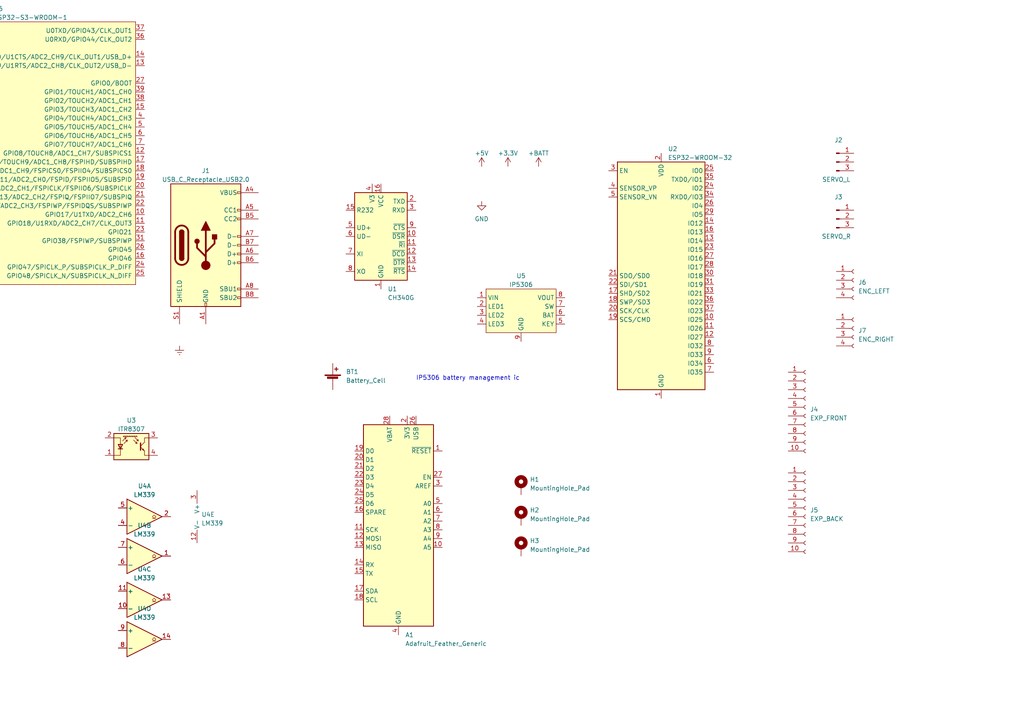
<source format=kicad_sch>
(kicad_sch (version 20230121) (generator eeschema)
  (paper "A4")
  (lib_symbols
    (symbol "Comparator:LM339" (pin_names (offset 0.127))
      (property "Reference" "U" (at 0 5.08 0))
      (property "Value" "LM339" (at 0 -5.08 0))
      (symbol "LM339_1_1"
        (polyline (pts (xy -5.08 5.08) (xy 5.08 0) (xy -5.08 -5.08) (xy -5.08 5.08)) (stroke (width 0.254)) (fill (type background)))
        (polyline (pts (xy 3.302 -0.508) (xy 2.794 -0.508) (xy 3.302 0) (xy 2.794 0.508) (xy 2.286 0) (xy 2.794 -0.508) (xy 2.286 -0.508)) (stroke (width 0.127)))
        (pin open_collector line (at 7.62 0 180) (length 2.54) (name "~") (number "2"))
        (pin input line (at -7.62 -2.54 0) (length 2.54) (name "-") (number "4"))
        (pin input line (at -7.62 2.54 0) (length 2.54) (name "+") (number "5"))
      )
      (symbol "LM339_2_1"
        (polyline (pts (xy -5.08 5.08) (xy 5.08 0) (xy -5.08 -5.08) (xy -5.08 5.08)) (stroke (width 0.254)) (fill (type background)))
        (polyline (pts (xy 3.302 -0.508) (xy 2.794 -0.508) (xy 3.302 0) (xy 2.794 0.508) (xy 2.286 0) (xy 2.794 -0.508) (xy 2.286 -0.508)) (stroke (width 0.127)))
        (pin open_collector line (at 7.62 0 180) (length 2.54) (name "~") (number "1"))
        (pin input line (at -7.62 -2.54 0) (length 2.54) (name "-") (number "6"))
        (pin input line (at -7.62 2.54 0) (length 2.54) (name "+") (number "7"))
      )
      (symbol "LM339_3_1"
        (polyline (pts (xy -5.08 5.08) (xy 5.08 0) (xy -5.08 -5.08) (xy -5.08 5.08)) (stroke (width 0.254)) (fill (type background)))
        (polyline (pts (xy 3.302 -0.508) (xy 2.794 -0.508) (xy 3.302 0) (xy 2.794 0.508) (xy 2.286 0) (xy 2.794 -0.508) (xy 2.286 -0.508)) (stroke (width 0.127)))
        (pin input line (at -7.62 -2.54 0) (length 2.54) (name "-") (number "10"))
        (pin input line (at -7.62 2.54 0) (length 2.54) (name "+") (number "11"))
        (pin open_collector line (at 7.62 0 180) (length 2.54) (name "~") (number "13"))
      )
      (symbol "LM339_4_1"
        (polyline (pts (xy -5.08 5.08) (xy 5.08 0) (xy -5.08 -5.08) (xy -5.08 5.08)) (stroke (width 0.254)) (fill (type background)))
        (polyline (pts (xy 3.302 -0.508) (xy 2.794 -0.508) (xy 3.302 0) (xy 2.794 0.508) (xy 2.286 0) (xy 2.794 -0.508) (xy 2.286 -0.508)) (stroke (width 0.127)))
        (pin open_collector line (at 7.62 0 180) (length 2.54) (name "~") (number "14"))
        (pin input line (at -7.62 -2.54 0) (length 2.54) (name "-") (number "8"))
        (pin input line (at -7.62 2.54 0) (length 2.54) (name "+") (number "9"))
      )
      (symbol "LM339_5_1"
        (pin power_in line (at -2.54 -7.62 90) (length 3.81) (name "V-") (number "12"))
        (pin power_in line (at -2.54 7.62 270) (length 3.81) (name "V+") (number "3"))
      )
    )
    (symbol "Connector:Conn_01x03_Pin" (pin_names (offset 1.016) hide)
      (property "Reference" "J" (at 0 5.08 0))
      (property "Value" "Conn_01x03_Pin" (at 0 -5.08 0))
      (symbol "Conn_01x03_Pin_1_1"
        (polyline (pts (xy 1.27 -2.54) (xy 0.8636 -2.54)) (stroke (width 0.1524)))
        (polyline (pts (xy 1.27 0) (xy 0.8636 0)) (stroke (width 0.1524)))
        (polyline (pts (xy 1.27 2.54) (xy 0.8636 2.54)) (stroke (width 0.1524)))
        (rectangle (start 0.8636 -2.413) (end 0 -2.667) (stroke (width 0.1524)) (fill (type outline)))
        (rectangle (start 0.8636 0.127) (end 0 -0.127) (stroke (width 0.1524)) (fill (type outline)))
        (rectangle (start 0.8636 2.667) (end 0 2.413) (stroke (width 0.1524)) (fill (type outline)))
        (pin passive line (at 5.08 2.54 180) (length 3.81) (name "Pin_1") (number "1"))
        (pin passive line (at 5.08 0 180) (length 3.81) (name "Pin_2") (number "2"))
        (pin passive line (at 5.08 -2.54 180) (length 3.81) (name "Pin_3") (number "3"))
      )
    )
    (symbol "Connector:Conn_01x04_Socket" (pin_names (offset 1.016) hide)
      (property "Reference" "J" (at 0 5.08 0))
      (property "Value" "Conn_01x04_Socket" (at 0 -7.62 0))
      (symbol "Conn_01x04_Socket_1_1"
        (arc (start 0 -4.572) (mid -0.5058 -5.08) (end 0 -5.588) (stroke (width 0.1524)))
        (arc (start 0 -2.032) (mid -0.5058 -2.54) (end 0 -3.048) (stroke (width 0.1524)))
        (polyline (pts (xy -1.27 -5.08) (xy -0.508 -5.08)) (stroke (width 0.1524)))
        (polyline (pts (xy -1.27 -2.54) (xy -0.508 -2.54)) (stroke (width 0.1524)))
        (polyline (pts (xy -1.27 0) (xy -0.508 0)) (stroke (width 0.1524)))
        (polyline (pts (xy -1.27 2.54) (xy -0.508 2.54)) (stroke (width 0.1524)))
        (arc (start 0 0.508) (mid -0.5058 0) (end 0 -0.508) (stroke (width 0.1524)))
        (arc (start 0 3.048) (mid -0.5058 2.54) (end 0 2.032) (stroke (width 0.1524)))
        (pin passive line (at -5.08 2.54 0) (length 3.81) (name "Pin_1") (number "1"))
        (pin passive line (at -5.08 0 0) (length 3.81) (name "Pin_2") (number "2"))
        (pin passive line (at -5.08 -2.54 0) (length 3.81) (name "Pin_3") (number "3"))
        (pin passive line (at -5.08 -5.08 0) (length 3.81) (name "Pin_4") (number "4"))
      )
    )
    (symbol "Connector:Conn_01x10_Socket" (pin_names (offset 1.016) hide)
      (property "Reference" "J" (at 0 12.7 0))
      (property "Value" "Conn_01x10_Socket" (at 0 -15.24 0))
      (symbol "Conn_01x10_Socket_1_1"
        (arc (start 0 -12.192) (mid -0.5058 -12.7) (end 0 -13.208) (stroke (width 0.1524)))
        (arc (start 0 -9.652) (mid -0.5058 -10.16) (end 0 -10.668) (stroke (width 0.1524)))
        (arc (start 0 -7.112) (mid -0.5058 -7.62) (end 0 -8.128) (stroke (width 0.1524)))
        (arc (start 0 -4.572) (mid -0.5058 -5.08) (end 0 -5.588) (stroke (width 0.1524)))
        (arc (start 0 -2.032) (mid -0.5058 -2.54) (end 0 -3.048) (stroke (width 0.1524)))
        (polyline (pts (xy -1.27 -12.7) (xy -0.508 -12.7)) (stroke (width 0.1524)))
        (polyline (pts (xy -1.27 -10.16) (xy -0.508 -10.16)) (stroke (width 0.1524)))
        (polyline (pts (xy -1.27 -7.62) (xy -0.508 -7.62)) (stroke (width 0.1524)))
        (polyline (pts (xy -1.27 -5.08) (xy -0.508 -5.08)) (stroke (width 0.1524)))
        (polyline (pts (xy -1.27 -2.54) (xy -0.508 -2.54)) (stroke (width 0.1524)))
        (polyline (pts (xy -1.27 0) (xy -0.508 0)) (stroke (width 0.1524)))
        (polyline (pts (xy -1.27 2.54) (xy -0.508 2.54)) (stroke (width 0.1524)))
        (polyline (pts (xy -1.27 5.08) (xy -0.508 5.08)) (stroke (width 0.1524)))
        (polyline (pts (xy -1.27 7.62) (xy -0.508 7.62)) (stroke (width 0.1524)))
        (polyline (pts (xy -1.27 10.16) (xy -0.508 10.16)) (stroke (width 0.1524)))
        (arc (start 0 0.508) (mid -0.5058 0) (end 0 -0.508) (stroke (width 0.1524)))
        (arc (start 0 3.048) (mid -0.5058 2.54) (end 0 2.032) (stroke (width 0.1524)))
        (arc (start 0 5.588) (mid -0.5058 5.08) (end 0 4.572) (stroke (width 0.1524)))
        (arc (start 0 8.128) (mid -0.5058 7.62) (end 0 7.112) (stroke (width 0.1524)))
        (arc (start 0 10.668) (mid -0.5058 10.16) (end 0 9.652) (stroke (width 0.1524)))
        (pin passive line (at -5.08 10.16 0) (length 3.81) (name "Pin_1") (number "1"))
        (pin passive line (at -5.08 -12.7 0) (length 3.81) (name "Pin_10") (number "10"))
        (pin passive line (at -5.08 7.62 0) (length 3.81) (name "Pin_2") (number "2"))
        (pin passive line (at -5.08 5.08 0) (length 3.81) (name "Pin_3") (number "3"))
        (pin passive line (at -5.08 2.54 0) (length 3.81) (name "Pin_4") (number "4"))
        (pin passive line (at -5.08 0 0) (length 3.81) (name "Pin_5") (number "5"))
        (pin passive line (at -5.08 -2.54 0) (length 3.81) (name "Pin_6") (number "6"))
        (pin passive line (at -5.08 -5.08 0) (length 3.81) (name "Pin_7") (number "7"))
        (pin passive line (at -5.08 -7.62 0) (length 3.81) (name "Pin_8") (number "8"))
        (pin passive line (at -5.08 -10.16 0) (length 3.81) (name "Pin_9") (number "9"))
      )
    )
    (symbol "Connector:USB_C_Receptacle_USB2.0" (pin_names (offset 1.016))
      (property "Reference" "J" (at -10.16 19.05 0))
      (property "Value" "USB_C_Receptacle_USB2.0" (at 19.05 19.05 0))
      (symbol "USB_C_Receptacle_USB2.0_0_0"
        (rectangle (start -0.254 -17.78) (end 0.254 -16.764))
        (rectangle (start 10.16 -14.986) (end 9.144 -15.494))
        (rectangle (start 10.16 -12.446) (end 9.144 -12.954))
        (rectangle (start 10.16 -4.826) (end 9.144 -5.334))
        (rectangle (start 10.16 -2.286) (end 9.144 -2.794))
        (rectangle (start 10.16 0.254) (end 9.144 -0.254))
        (rectangle (start 10.16 2.794) (end 9.144 2.286))
        (rectangle (start 10.16 7.874) (end 9.144 7.366))
        (rectangle (start 10.16 10.414) (end 9.144 9.906))
        (rectangle (start 10.16 15.494) (end 9.144 14.986))
      )
      (symbol "USB_C_Receptacle_USB2.0_0_1"
        (rectangle (start -10.16 17.78) (end 10.16 -17.78) (stroke (width 0.254)) (fill (type background)))
        (arc (start -8.89 -3.81) (mid -6.985 -5.7067) (end -5.08 -3.81) (stroke (width 0.508)))
        (arc (start -7.62 -3.81) (mid -6.985 -4.4423) (end -6.35 -3.81) (stroke (width 0.254)))
        (arc (start -7.62 -3.81) (mid -6.985 -4.4423) (end -6.35 -3.81) (stroke (width 0.254)) (fill (type outline)))
        (rectangle (start -7.62 -3.81) (end -6.35 3.81) (stroke (width 0.254)) (fill (type outline)))
        (arc (start -6.35 3.81) (mid -6.985 4.4423) (end -7.62 3.81) (stroke (width 0.254)))
        (arc (start -6.35 3.81) (mid -6.985 4.4423) (end -7.62 3.81) (stroke (width 0.254)) (fill (type outline)))
        (arc (start -5.08 3.81) (mid -6.985 5.7067) (end -8.89 3.81) (stroke (width 0.508)))
        (circle (center -2.54 1.143) (radius 0.635) (stroke (width 0.254)) (fill (type outline)))
        (circle (center 0 -5.842) (radius 1.27) (fill (type outline)))
        (polyline (pts (xy -8.89 -3.81) (xy -8.89 3.81)) (stroke (width 0.508)))
        (polyline (pts (xy -5.08 3.81) (xy -5.08 -3.81)) (stroke (width 0.508)))
        (polyline (pts (xy 0 -5.842) (xy 0 4.318)) (stroke (width 0.508)))
        (polyline (pts (xy 0 -3.302) (xy -2.54 -0.762) (xy -2.54 0.508)) (stroke (width 0.508)))
        (polyline (pts (xy 0 -2.032) (xy 2.54 0.508) (xy 2.54 1.778)) (stroke (width 0.508)))
        (polyline (pts (xy -1.27 4.318) (xy 0 6.858) (xy 1.27 4.318) (xy -1.27 4.318)) (stroke (width 0.254)) (fill (type outline)))
        (rectangle (start 1.905 1.778) (end 3.175 3.048) (stroke (width 0.254)) (fill (type outline)))
      )
      (symbol "USB_C_Receptacle_USB2.0_1_1"
        (pin passive line (at 0 -22.86 90) (length 5.08) (name "GND") (number "A1"))
        (pin passive line (at 0 -22.86 90) (length 5.08) hide (name "GND") (number "A12"))
        (pin passive line (at 15.24 15.24 180) (length 5.08) (name "VBUS") (number "A4"))
        (pin bidirectional line (at 15.24 10.16 180) (length 5.08) (name "CC1") (number "A5"))
        (pin bidirectional line (at 15.24 -2.54 180) (length 5.08) (name "D+") (number "A6"))
        (pin bidirectional line (at 15.24 2.54 180) (length 5.08) (name "D-") (number "A7"))
        (pin bidirectional line (at 15.24 -12.7 180) (length 5.08) (name "SBU1") (number "A8"))
        (pin passive line (at 15.24 15.24 180) (length 5.08) hide (name "VBUS") (number "A9"))
        (pin passive line (at 0 -22.86 90) (length 5.08) hide (name "GND") (number "B1"))
        (pin passive line (at 0 -22.86 90) (length 5.08) hide (name "GND") (number "B12"))
        (pin passive line (at 15.24 15.24 180) (length 5.08) hide (name "VBUS") (number "B4"))
        (pin bidirectional line (at 15.24 7.62 180) (length 5.08) (name "CC2") (number "B5"))
        (pin bidirectional line (at 15.24 -5.08 180) (length 5.08) (name "D+") (number "B6"))
        (pin bidirectional line (at 15.24 0 180) (length 5.08) (name "D-") (number "B7"))
        (pin bidirectional line (at 15.24 -15.24 180) (length 5.08) (name "SBU2") (number "B8"))
        (pin passive line (at 15.24 15.24 180) (length 5.08) hide (name "VBUS") (number "B9"))
        (pin passive line (at -7.62 -22.86 90) (length 5.08) (name "SHIELD") (number "S1"))
      )
    )
    (symbol "Device:Battery_Cell" (pin_numbers hide) (pin_names (offset 0) hide)
      (property "Reference" "BT" (at 2.54 2.54 0))
      (property "Value" "Battery_Cell" (at 2.54 0 0))
      (symbol "Battery_Cell_0_1"
        (rectangle (start -2.286 1.778) (end 2.286 1.524) (fill (type outline)))
        (rectangle (start -1.5748 1.1938) (end 1.4732 0.6858) (fill (type outline)))
        (polyline (pts (xy 0 0.762) (xy 0 0)))
        (polyline (pts (xy 0 1.778) (xy 0 2.54)))
        (polyline (pts (xy 0.508 3.429) (xy 1.524 3.429)) (stroke (width 0.254)))
        (polyline (pts (xy 1.016 3.937) (xy 1.016 2.921)) (stroke (width 0.254)))
      )
      (symbol "Battery_Cell_1_1"
        (pin passive line (at 0 5.08 270) (length 2.54) (name "+") (number "1"))
        (pin passive line (at 0 -2.54 90) (length 2.54) (name "-") (number "2"))
      )
    )
    (symbol "Espressif:ESP32-S3-WROOM-1" (pin_names (offset 1.016))
      (property "Reference" "U" (at -43.18 43.18 0))
      (property "Value" "ESP32-S3-WROOM-1" (at -43.18 40.64 0))
      (symbol "ESP32-S3-WROOM-1_0_0"
        (text "ESP32-S3-WROOM-1" (at -20.32 0 0) (effects (font (size 2.54 2.54))))
        (pin power_in line (at 0 -40.64 90) (length 2.54) (name "GND") (number "1"))
        (pin bidirectional line (at 45.72 -17.78 180) (length 2.54) (name "GPIO17/U1TXD/ADC2_CH6") (number "10"))
        (pin bidirectional line (at 45.72 -20.32 180) (length 2.54) (name "GPIO18/U1RXD/ADC2_CH7/CLK_OUT3") (number "11"))
        (pin bidirectional line (at 45.72 0 180) (length 2.54) (name "GPIO8/TOUCH8/ADC1_CH7/SUBSPICS1") (number "12"))
        (pin bidirectional line (at 45.72 25.4 180) (length 2.54) (name "GPIO19/U1RTS/ADC2_CH8/CLK_OUT2/USB_D-") (number "13"))
        (pin bidirectional line (at 45.72 27.94 180) (length 2.54) (name "GPIO20/U1CTS/ADC2_CH9/CLK_OUT1/USB_D+") (number "14"))
        (pin bidirectional line (at 45.72 12.7 180) (length 2.54) (name "GPIO3/TOUCH3/ADC1_CH2") (number "15"))
        (pin bidirectional line (at 45.72 -30.48 180) (length 2.54) (name "GPIO46") (number "16"))
        (pin bidirectional line (at 45.72 -2.54 180) (length 2.54) (name "GPIO9/TOUCH9/ADC1_CH8/FSPIHD/SUBSPIHD") (number "17"))
        (pin bidirectional line (at 45.72 -5.08 180) (length 2.54) (name "GPIO10/TOUCH10/ADC1_CH9/FSPICS0/FSPIIO4/SUBSPICS0") (number "18"))
        (pin bidirectional line (at 45.72 -7.62 180) (length 2.54) (name "GPIO11/TOUCH11/ADC2_CH0/FSPID/FSPIIO5/SUBSPID") (number "19"))
        (pin power_in line (at 0 40.64 270) (length 2.54) (name "3V3") (number "2"))
        (pin bidirectional line (at 45.72 -10.16 180) (length 2.54) (name "GPIO12/TOUCH12/ADC2_CH1/FSPICLK/FSPIIO6/SUBSPICLK") (number "20"))
        (pin bidirectional line (at 45.72 -12.7 180) (length 2.54) (name "GPIO13/TOUCH13/ADC2_CH2/FSPIQ/FSPIIO7/SUBSPIQ") (number "21"))
        (pin bidirectional line (at 45.72 -15.24 180) (length 2.54) (name "GPIO14/TOUCH14/ADC2_CH3/FSPIWP/FSPIDQS/SUBSPIWP") (number "22"))
        (pin bidirectional line (at 45.72 -22.86 180) (length 2.54) (name "GPIO21") (number "23"))
        (pin bidirectional line (at 45.72 -33.02 180) (length 2.54) (name "GPIO47/SPICLK_P/SUBSPICLK_P_DIFF") (number "24"))
        (pin bidirectional line (at 45.72 -35.56 180) (length 2.54) (name "GPIO48/SPICLK_N/SUBSPICLK_N_DIFF") (number "25"))
        (pin bidirectional line (at 45.72 -27.94 180) (length 2.54) (name "GPIO45") (number "26"))
        (pin bidirectional line (at 45.72 20.32 180) (length 2.54) (name "GPIO0/BOOT") (number "27"))
        (pin bidirectional line (at -45.72 -30.48 0) (length 2.54) (name "SPIIO6/GPIO35/FSPID/SUBSPID") (number "28"))
        (pin bidirectional line (at -45.72 -33.02 0) (length 2.54) (name "SPIIO7/GPIO36/FSPICLK/SUBSPICLK") (number "29"))
        (pin input line (at -45.72 35.56 0) (length 2.54) (name "EN") (number "3"))
        (pin bidirectional line (at -45.72 -35.56 0) (length 2.54) (name "SPIDQS/GPIO37/FSPIQ/SUBSPIQ") (number "30"))
        (pin bidirectional line (at 45.72 -25.4 180) (length 2.54) (name "GPIO38/FSPIWP/SUBSPIWP") (number "31"))
        (pin bidirectional line (at -45.72 20.32 0) (length 2.54) (name "MTCK/GPIO39/CLK_OUT3/SUBSPICS1") (number "32"))
        (pin bidirectional line (at -45.72 17.78 0) (length 2.54) (name "MTDO/GPIO40/CLK_OUT2") (number "33"))
        (pin bidirectional line (at -45.72 15.24 0) (length 2.54) (name "MTDI/GPIO41/CLK_OUT1") (number "34"))
        (pin bidirectional line (at -45.72 12.7 0) (length 2.54) (name "MTMS/GPIO42") (number "35"))
        (pin bidirectional line (at 45.72 33.02 180) (length 2.54) (name "U0RXD/GPIO44/CLK_OUT2") (number "36"))
        (pin bidirectional line (at 45.72 35.56 180) (length 2.54) (name "U0TXD/GPIO43/CLK_OUT1") (number "37"))
        (pin bidirectional line (at 45.72 15.24 180) (length 2.54) (name "GPIO2/TOUCH2/ADC1_CH1") (number "38"))
        (pin bidirectional line (at 45.72 17.78 180) (length 2.54) (name "GPIO1/TOUCH1/ADC1_CH0") (number "39"))
        (pin bidirectional line (at 45.72 10.16 180) (length 2.54) (name "GPIO4/TOUCH4/ADC1_CH3") (number "4"))
        (pin passive line (at 0 -40.64 90) (length 2.54) hide (name "GND") (number "40"))
        (pin passive line (at 0 -40.64 90) (length 2.54) hide (name "GND") (number "41"))
        (pin bidirectional line (at 45.72 7.62 180) (length 2.54) (name "GPIO5/TOUCH5/ADC1_CH4") (number "5"))
        (pin bidirectional line (at 45.72 5.08 180) (length 2.54) (name "GPIO6/TOUCH6/ADC1_CH5") (number "6"))
        (pin bidirectional line (at 45.72 2.54 180) (length 2.54) (name "GPIO7/TOUCH7/ADC1_CH6") (number "7"))
        (pin bidirectional line (at -45.72 27.94 0) (length 2.54) (name "GPIO15/U0RTS/ADC2_CH4/XTAL_32K_P") (number "8"))
        (pin bidirectional line (at -45.72 25.4 0) (length 2.54) (name "GPIO16/U0CTS/ADC2_CH5/XTAL_32K_N") (number "9"))
      )
      (symbol "ESP32-S3-WROOM-1_0_1"
        (rectangle (start -43.18 38.1) (end 43.18 -38.1) (fill (type background)))
      )
    )
    (symbol "Interface_USB:CH340G"
      (property "Reference" "U" (at -5.08 13.97 0))
      (property "Value" "CH340G" (at 1.27 13.97 0))
      (symbol "CH340G_0_1"
        (rectangle (start -7.62 12.7) (end 7.62 -12.7) (stroke (width 0.254)) (fill (type background)))
      )
      (symbol "CH340G_1_1"
        (pin power_in line (at 0 -15.24 90) (length 2.54) (name "GND") (number "1"))
        (pin input line (at 10.16 0 180) (length 2.54) (name "~{DSR}") (number "10"))
        (pin input line (at 10.16 -2.54 180) (length 2.54) (name "~{RI}") (number "11"))
        (pin input line (at 10.16 -5.08 180) (length 2.54) (name "~{DCD}") (number "12"))
        (pin output line (at 10.16 -7.62 180) (length 2.54) (name "~{DTR}") (number "13"))
        (pin output line (at 10.16 -10.16 180) (length 2.54) (name "~{RTS}") (number "14"))
        (pin input line (at -10.16 7.62 0) (length 2.54) (name "R232") (number "15"))
        (pin power_in line (at 0 15.24 270) (length 2.54) (name "VCC") (number "16"))
        (pin output line (at 10.16 10.16 180) (length 2.54) (name "TXD") (number "2"))
        (pin input line (at 10.16 7.62 180) (length 2.54) (name "RXD") (number "3"))
        (pin passive line (at -2.54 15.24 270) (length 2.54) (name "V3") (number "4"))
        (pin bidirectional line (at -10.16 2.54 0) (length 2.54) (name "UD+") (number "5"))
        (pin bidirectional line (at -10.16 0 0) (length 2.54) (name "UD-") (number "6"))
        (pin input line (at -10.16 -5.08 0) (length 2.54) (name "XI") (number "7"))
        (pin output line (at -10.16 -10.16 0) (length 2.54) (name "XO") (number "8"))
        (pin input line (at 10.16 2.54 180) (length 2.54) (name "~{CTS}") (number "9"))
      )
    )
    (symbol "JLC:IP5306"
      (property "Reference" "U" (at -8.89 13.97 0))
      (property "Value" "IP5306" (at 0 7.62 0))
      (symbol "IP5306_0_1"
        (rectangle (start -10.16 12.7) (end 10.16 0) (fill (type background)))
      )
      (symbol "IP5306_1_1"
        (pin power_in line (at -12.7 10.16 0) (length 2.54) (name "VIN") (number "1"))
        (pin output line (at -12.7 7.62 0) (length 2.54) (name "LED1") (number "2"))
        (pin output line (at -12.7 5.08 0) (length 2.54) (name "LED2") (number "3"))
        (pin output line (at -12.7 2.54 0) (length 2.54) (name "LED3") (number "4"))
        (pin bidirectional line (at 12.7 2.54 180) (length 2.54) (name "KEY") (number "5"))
        (pin input line (at 12.7 5.08 180) (length 2.54) (name "BAT") (number "6"))
        (pin open_emitter line (at 12.7 7.62 180) (length 2.54) (name "SW") (number "7"))
        (pin power_out line (at 12.7 10.16 180) (length 2.54) (name "VOUT") (number "8"))
        (pin power_in line (at 0 -2.54 90) (length 2.54) (name "GND") (number "9"))
      )
    )
    (symbol "MCU_Module:Adafruit_Feather_Generic"
      (property "Reference" "A" (at -10.16 29.21 0))
      (property "Value" "Adafruit_Feather_Generic" (at 2.54 -31.75 0))
      (symbol "Adafruit_Feather_Generic_0_1"
        (rectangle (start -10.16 27.94) (end 10.16 -30.48) (stroke (width 0.254)) (fill (type background)))
      )
      (symbol "Adafruit_Feather_Generic_1_1"
        (pin input line (at 12.7 20.32 180) (length 2.54) (name "~{RESET}") (number "1"))
        (pin bidirectional line (at 12.7 -7.62 180) (length 2.54) (name "A5") (number "10"))
        (pin bidirectional line (at -12.7 -2.54 0) (length 2.54) (name "SCK") (number "11"))
        (pin bidirectional line (at -12.7 -5.08 0) (length 2.54) (name "MOSI") (number "12"))
        (pin bidirectional line (at -12.7 -7.62 0) (length 2.54) (name "MISO") (number "13"))
        (pin bidirectional line (at -12.7 -12.7 0) (length 2.54) (name "RX") (number "14"))
        (pin bidirectional line (at -12.7 -15.24 0) (length 2.54) (name "TX") (number "15"))
        (pin bidirectional line (at -12.7 2.54 0) (length 2.54) (name "SPARE") (number "16"))
        (pin bidirectional line (at -12.7 -20.32 0) (length 2.54) (name "SDA") (number "17"))
        (pin bidirectional line (at -12.7 -22.86 0) (length 2.54) (name "SCL") (number "18"))
        (pin bidirectional line (at -12.7 20.32 0) (length 2.54) (name "D0") (number "19"))
        (pin power_in line (at 2.54 30.48 270) (length 2.54) (name "3V3") (number "2"))
        (pin bidirectional line (at -12.7 17.78 0) (length 2.54) (name "D1") (number "20"))
        (pin bidirectional line (at -12.7 15.24 0) (length 2.54) (name "D2") (number "21"))
        (pin bidirectional line (at -12.7 12.7 0) (length 2.54) (name "D3") (number "22"))
        (pin bidirectional line (at -12.7 10.16 0) (length 2.54) (name "D4") (number "23"))
        (pin bidirectional line (at -12.7 7.62 0) (length 2.54) (name "D5") (number "24"))
        (pin bidirectional line (at -12.7 5.08 0) (length 2.54) (name "D6") (number "25"))
        (pin power_in line (at 5.08 30.48 270) (length 2.54) (name "USB") (number "26"))
        (pin input line (at 12.7 12.7 180) (length 2.54) (name "EN") (number "27"))
        (pin power_in line (at -2.54 30.48 270) (length 2.54) (name "VBAT") (number "28"))
        (pin input line (at 12.7 10.16 180) (length 2.54) (name "AREF") (number "3"))
        (pin power_in line (at 0 -33.02 90) (length 2.54) (name "GND") (number "4"))
        (pin bidirectional line (at 12.7 5.08 180) (length 2.54) (name "A0") (number "5"))
        (pin bidirectional line (at 12.7 2.54 180) (length 2.54) (name "A1") (number "6"))
        (pin bidirectional line (at 12.7 0 180) (length 2.54) (name "A2") (number "7"))
        (pin bidirectional line (at 12.7 -2.54 180) (length 2.54) (name "A3") (number "8"))
        (pin bidirectional line (at 12.7 -5.08 180) (length 2.54) (name "A4") (number "9"))
      )
    )
    (symbol "Mechanical:MountingHole_Pad" (pin_numbers hide) (pin_names (offset 1.016) hide)
      (property "Reference" "H" (at 0 6.35 0))
      (property "Value" "MountingHole_Pad" (at 0 4.445 0))
      (symbol "MountingHole_Pad_0_1"
        (circle (center 0 1.27) (radius 1.27) (stroke (width 1.27)))
      )
      (symbol "MountingHole_Pad_1_1"
        (pin input line (at 0 -2.54 90) (length 2.54) (name "1") (number "1"))
      )
    )
    (symbol "RF_Module:ESP32-WROOM-32"
      (property "Reference" "U" (at -12.7 34.29 0))
      (property "Value" "ESP32-WROOM-32" (at 1.27 34.29 0))
      (symbol "ESP32-WROOM-32_0_1"
        (rectangle (start -12.7 33.02) (end 12.7 -33.02) (stroke (width 0.254)) (fill (type background)))
      )
      (symbol "ESP32-WROOM-32_1_1"
        (pin power_in line (at 0 -35.56 90) (length 2.54) (name "GND") (number "1"))
        (pin bidirectional line (at 15.24 -12.7 180) (length 2.54) (name "IO25") (number "10"))
        (pin bidirectional line (at 15.24 -15.24 180) (length 2.54) (name "IO26") (number "11"))
        (pin bidirectional line (at 15.24 -17.78 180) (length 2.54) (name "IO27") (number "12"))
        (pin bidirectional line (at 15.24 10.16 180) (length 2.54) (name "IO14") (number "13"))
        (pin bidirectional line (at 15.24 15.24 180) (length 2.54) (name "IO12") (number "14"))
        (pin passive line (at 0 -35.56 90) (length 2.54) hide (name "GND") (number "15"))
        (pin bidirectional line (at 15.24 12.7 180) (length 2.54) (name "IO13") (number "16"))
        (pin bidirectional line (at -15.24 -5.08 0) (length 2.54) (name "SHD/SD2") (number "17"))
        (pin bidirectional line (at -15.24 -7.62 0) (length 2.54) (name "SWP/SD3") (number "18"))
        (pin bidirectional line (at -15.24 -12.7 0) (length 2.54) (name "SCS/CMD") (number "19"))
        (pin power_in line (at 0 35.56 270) (length 2.54) (name "VDD") (number "2"))
        (pin bidirectional line (at -15.24 -10.16 0) (length 2.54) (name "SCK/CLK") (number "20"))
        (pin bidirectional line (at -15.24 0 0) (length 2.54) (name "SDO/SD0") (number "21"))
        (pin bidirectional line (at -15.24 -2.54 0) (length 2.54) (name "SDI/SD1") (number "22"))
        (pin bidirectional line (at 15.24 7.62 180) (length 2.54) (name "IO15") (number "23"))
        (pin bidirectional line (at 15.24 25.4 180) (length 2.54) (name "IO2") (number "24"))
        (pin bidirectional line (at 15.24 30.48 180) (length 2.54) (name "IO0") (number "25"))
        (pin bidirectional line (at 15.24 20.32 180) (length 2.54) (name "IO4") (number "26"))
        (pin bidirectional line (at 15.24 5.08 180) (length 2.54) (name "IO16") (number "27"))
        (pin bidirectional line (at 15.24 2.54 180) (length 2.54) (name "IO17") (number "28"))
        (pin bidirectional line (at 15.24 17.78 180) (length 2.54) (name "IO5") (number "29"))
        (pin input line (at -15.24 30.48 0) (length 2.54) (name "EN") (number "3"))
        (pin bidirectional line (at 15.24 0 180) (length 2.54) (name "IO18") (number "30"))
        (pin bidirectional line (at 15.24 -2.54 180) (length 2.54) (name "IO19") (number "31"))
        (pin no_connect line (at -12.7 -27.94 0) (length 2.54) hide (name "NC") (number "32"))
        (pin bidirectional line (at 15.24 -5.08 180) (length 2.54) (name "IO21") (number "33"))
        (pin bidirectional line (at 15.24 22.86 180) (length 2.54) (name "RXD0/IO3") (number "34"))
        (pin bidirectional line (at 15.24 27.94 180) (length 2.54) (name "TXD0/IO1") (number "35"))
        (pin bidirectional line (at 15.24 -7.62 180) (length 2.54) (name "IO22") (number "36"))
        (pin bidirectional line (at 15.24 -10.16 180) (length 2.54) (name "IO23") (number "37"))
        (pin passive line (at 0 -35.56 90) (length 2.54) hide (name "GND") (number "38"))
        (pin passive line (at 0 -35.56 90) (length 2.54) hide (name "GND") (number "39"))
        (pin input line (at -15.24 25.4 0) (length 2.54) (name "SENSOR_VP") (number "4"))
        (pin input line (at -15.24 22.86 0) (length 2.54) (name "SENSOR_VN") (number "5"))
        (pin input line (at 15.24 -25.4 180) (length 2.54) (name "IO34") (number "6"))
        (pin input line (at 15.24 -27.94 180) (length 2.54) (name "IO35") (number "7"))
        (pin bidirectional line (at 15.24 -20.32 180) (length 2.54) (name "IO32") (number "8"))
        (pin bidirectional line (at 15.24 -22.86 180) (length 2.54) (name "IO33") (number "9"))
      )
    )
    (symbol "Sensor_Proximity:ITR8307" (pin_names (offset 0.0254) hide)
      (property "Reference" "U" (at -5.08 5.08 0))
      (property "Value" "ITR8307" (at 7.62 5.08 0))
      (symbol "ITR8307_0_1"
        (polyline (pts (xy -3.81 -0.635) (xy -2.54 -0.635)) (stroke (width 0.254)))
        (polyline (pts (xy -2.286 2.921) (xy -2.032 3.175)))
        (polyline (pts (xy -1.778 2.921) (xy -1.524 3.175)))
        (polyline (pts (xy -1.524 2.667) (xy -1.651 2.159)))
        (polyline (pts (xy -1.27 2.921) (xy -1.016 3.175)))
        (polyline (pts (xy -1.143 1.905) (xy -1.27 1.397)))
        (polyline (pts (xy -0.762 2.921) (xy -0.508 3.175)))
        (polyline (pts (xy -0.254 2.921) (xy 0 3.175)))
        (polyline (pts (xy 0.254 2.921) (xy 0.508 3.175)))
        (polyline (pts (xy 0.762 2.921) (xy 1.016 3.175)))
        (polyline (pts (xy 1.27 2.921) (xy 1.524 3.175)))
        (polyline (pts (xy 1.651 0.889) (xy 1.143 1.016)))
        (polyline (pts (xy 1.778 2.921) (xy -2.413 2.921)))
        (polyline (pts (xy 2.032 1.651) (xy 1.524 1.778)))
        (polyline (pts (xy 2.667 -0.127) (xy 3.81 -1.27)))
        (polyline (pts (xy 2.667 0.127) (xy 3.81 1.27)))
        (polyline (pts (xy -2.54 1.651) (xy -1.524 2.667) (xy -2.032 2.54)))
        (polyline (pts (xy -2.159 0.889) (xy -1.143 1.905) (xy -1.651 1.778)))
        (polyline (pts (xy 0.635 1.905) (xy 1.651 0.889) (xy 1.524 1.397)))
        (polyline (pts (xy 1.016 2.667) (xy 2.032 1.651) (xy 1.905 2.159)))
        (polyline (pts (xy 2.667 1.016) (xy 2.667 -1.016) (xy 2.667 -1.016)) (stroke (width 0.3556)))
        (polyline (pts (xy 3.81 -1.27) (xy 3.81 -2.54) (xy 5.08 -2.54)))
        (polyline (pts (xy 3.81 1.27) (xy 3.81 2.54) (xy 5.08 2.54)))
        (polyline (pts (xy -5.08 -2.54) (xy -3.175 -2.54) (xy -3.175 2.54) (xy -5.08 2.54)))
        (polyline (pts (xy -3.175 -0.635) (xy -3.81 0.635) (xy -2.54 0.635) (xy -3.175 -0.635)) (stroke (width 0.254)))
        (polyline (pts (xy 3.683 -1.143) (xy 3.429 -0.635) (xy 3.175 -0.889) (xy 3.683 -1.143)))
        (polyline (pts (xy -5.08 -3.81) (xy 5.08 -3.81) (xy 5.08 3.81) (xy -5.08 3.81) (xy -5.08 -3.81)) (stroke (width 0.254)) (fill (type background)))
      )
      (symbol "ITR8307_1_1"
        (pin passive line (at -7.62 -2.54 0) (length 2.54) (name "K") (number "1"))
        (pin passive line (at -7.62 2.54 0) (length 2.54) (name "A") (number "2"))
        (pin open_collector line (at 7.62 2.54 180) (length 2.54) (name "C") (number "3"))
        (pin open_emitter line (at 7.62 -2.54 180) (length 2.54) (name "E") (number "4"))
      )
    )
    (symbol "power:+3.3V" (power) (pin_names (offset 0))
      (property "Value" "+3.3V" (at 0 3.556 0))
      (symbol "+3.3V_0_1"
        (polyline (pts (xy -0.762 1.27) (xy 0 2.54)))
        (polyline (pts (xy 0 0) (xy 0 2.54)))
        (polyline (pts (xy 0 2.54) (xy 0.762 1.27)))
      )
      (symbol "+3.3V_1_1"
        (pin power_in line (at 0 0 90) (length 0) hide (name "+3.3V") (number "1"))
      )
    )
    (symbol "power:+5V" (power) (pin_names (offset 0))
      (property "Value" "+5V" (at 0 3.556 0))
      (symbol "+5V_0_1"
        (polyline (pts (xy -0.762 1.27) (xy 0 2.54)))
        (polyline (pts (xy 0 0) (xy 0 2.54)))
        (polyline (pts (xy 0 2.54) (xy 0.762 1.27)))
      )
      (symbol "+5V_1_1"
        (pin power_in line (at 0 0 90) (length 0) hide (name "+5V") (number "1"))
      )
    )
    (symbol "power:+BATT" (power) (pin_names (offset 0))
      (property "Value" "+BATT" (at 0 3.556 0))
      (symbol "+BATT_0_1"
        (polyline (pts (xy -0.762 1.27) (xy 0 2.54)))
        (polyline (pts (xy 0 0) (xy 0 2.54)))
        (polyline (pts (xy 0 2.54) (xy 0.762 1.27)))
      )
      (symbol "+BATT_1_1"
        (pin power_in line (at 0 0 90) (length 0) hide (name "+BATT") (number "1"))
      )
    )
    (symbol "power:Earth" (power) (pin_names (offset 0))
      (symbol "Earth_0_1"
        (polyline (pts (xy -0.635 -1.905) (xy 0.635 -1.905)))
        (polyline (pts (xy -0.127 -2.54) (xy 0.127 -2.54)))
        (polyline (pts (xy 0 -1.27) (xy 0 0)))
        (polyline (pts (xy 1.27 -1.27) (xy -1.27 -1.27)))
      )
      (symbol "Earth_1_1"
        (pin power_in line (at 0 0 270) (length 0) hide (name "Earth") (number "1"))
      )
    )
    (symbol "power:GND" (power) (pin_names (offset 0))
      (property "Value" "GND" (at 0 -3.81 0))
      (symbol "GND_0_1"
        (polyline (pts (xy 0 0) (xy 0 -1.27) (xy 1.27 -1.27) (xy 0 -2.54) (xy -1.27 -1.27) (xy 0 -1.27)))
      )
      (symbol "GND_1_1"
        (pin power_in line (at 0 0 270) (length 0) hide (name "GND") (number "1"))
      )
    )
  )
  (text "IP5306 battery management ic" (at 120.65 110.49 0) (effects (font (size 1.27 1.27)) (justify left bottom)))
  (symbol (lib_id "Device:Battery_Cell") (at 96.52 110.49 0) (unit 1)
    (property "Reference" "BT1" (at 100.33 107.823 0) (effects (justify left)))
    (property "Value" "Battery_Cell" (at 100.33 110.363 0) (effects (justify left)))
    (property "Footprint" "Battery:BatteryHolder_MPD_BH-18650-PC2" (effects hide))
  )
  (symbol (lib_id "power:+BATT") (at 156.21 48.26 0) (unit 1)
    (property "Reference" "#PWR03" (effects hide))
    (property "Value" "+BATT" (at 156.21 44.45 0))
  )
  (symbol (lib_id "Mechanical:MountingHole_Pad") (at 151.13 149.86 0) (unit 1)
    (property "Reference" "H2" (at 153.67 147.955 0) (effects (justify left)))
    (property "Value" "MountingHole_Pad" (at 153.67 150.495 0) (effects (justify left)))
    (property "Footprint" "MountingHole:MountingHole_3.2mm_M3_DIN965_Pad" (effects hide))
  )
  (symbol (lib_id "power:+5V") (at 139.7 48.26 0) (unit 1)
    (property "Reference" "#PWR01" (effects hide))
    (property "Value" "+5V" (at 139.7 44.45 0))
  )
  (symbol (lib_id "power:GND") (at 139.7 58.42 0) (unit 1)
    (property "Reference" "#PWR04" (effects hide))
    (property "Value" "GND" (at 139.7 63.5 0))
  )
  (symbol (lib_id "Comparator:LM339") (at 41.91 185.42 0) (unit 4)
    (property "Reference" "U4" (at 41.91 176.53 0))
    (property "Value" "LM339" (at 41.91 179.07 0))
    (property "Footprint" "Package_SO:SOIC-14_3.9x8.7mm_P1.27mm" (effects hide))
    (property "Datasheet" "https://www.st.com/resource/en/datasheet/lm139.pdf" (effects hide))
    (property "JLC" "https://jlcpcb.com/partdetail/Xinluda-XL339/C561291" (effects hide))
  )
  (symbol (lib_id "RF_Module:ESP32-WROOM-32") (at 191.77 80.01 0) (unit 1)
    (property "Reference" "U2" (at 193.7259 43.18 0) (effects (justify left)))
    (property "Value" "ESP32-WROOM-32" (at 193.7259 45.72 0) (effects (justify left)))
    (property "Footprint" "RF_Module:ESP32-WROOM-32" (effects hide))
    (property "Datasheet" "https://www.espressif.com/sites/default/files/documentation/esp32-wroom-32_datasheet_en.pdf" (effects hide))
  )
  (symbol (lib_id "Connector:Conn_01x10_Socket") (at 233.68 147.32 0) (unit 1)
    (property "Reference" "J5" (at 234.95 147.955 0) (effects (justify left)))
    (property "Value" "EXP_BACK" (at 234.95 150.495 0) (effects (justify left)))
    (property "Footprint" "Connector_PinSocket_2.54mm:PinSocket_1x10_P2.54mm_Horizontal" (effects hide))
  )
  (symbol (lib_id "Mechanical:MountingHole_Pad") (at 151.13 158.75 0) (unit 1)
    (property "Reference" "H3" (at 153.67 156.845 0) (effects (justify left)))
    (property "Value" "MountingHole_Pad" (at 153.67 159.385 0) (effects (justify left)))
    (property "Footprint" "MountingHole:MountingHole_3.2mm_M3_DIN965_Pad" (effects hide))
  )
  (symbol (lib_id "Connector:Conn_01x04_Socket") (at 247.65 81.28 0) (unit 1)
    (property "Reference" "J6" (at 248.92 81.915 0) (effects (justify left)))
    (property "Value" "ENC_LEFT" (at 248.92 84.455 0) (effects (justify left)))
    (property "Footprint" "Connector_PinSocket_2.54mm:PinSocket_1x04_P2.54mm_Horizontal" (effects hide))
  )
  (symbol (lib_id "Connector:Conn_01x10_Socket") (at 233.68 118.11 0) (unit 1)
    (property "Reference" "J4" (at 234.95 118.745 0) (effects (justify left)))
    (property "Value" "EXP_FRONT" (at 234.95 121.285 0) (effects (justify left)))
    (property "Footprint" "Connector_PinSocket_2.54mm:PinSocket_1x10_P2.54mm_Horizontal" (effects hide))
  )
  (symbol (lib_id "Mechanical:MountingHole_Pad") (at 151.13 140.97 0) (unit 1)
    (property "Reference" "H1" (at 153.67 139.065 0) (effects (justify left)))
    (property "Value" "MountingHole_Pad" (at 153.67 141.605 0) (effects (justify left)))
    (property "Footprint" "MountingHole:MountingHole_3.2mm_M3_DIN965_Pad" (effects hide))
  )
  (symbol (lib_id "JLC:IP5306") (at 151.13 96.52 0) (unit 1)
    (property "Reference" "U5" (at 151.13 80.01 0))
    (property "Value" "IP5306" (at 151.13 82.55 0))
    (property "Footprint" "Package_SO:Diodes_SO-8EP" (effects hide))
    (property "JLC" "https://jlcpcb.com/partdetail/Injoinic-IP5306/C181692" (effects hide))
  )
  (symbol (lib_id "Comparator:LM339") (at 41.91 173.99 0) (unit 3)
    (property "Reference" "U4" (at 41.91 165.1 0))
    (property "Value" "LM339" (at 41.91 167.64 0))
    (property "Footprint" "Package_SO:SOIC-14_3.9x8.7mm_P1.27mm" (effects hide))
    (property "Datasheet" "https://www.st.com/resource/en/datasheet/lm139.pdf" (effects hide))
    (property "JLC" "https://jlcpcb.com/partdetail/Xinluda-XL339/C561291" (effects hide))
  )
  (symbol (lib_id "MCU_Module:Adafruit_Feather_Generic") (at 115.57 151.13 0) (unit 1)
    (property "Reference" "A1" (at 117.5259 184.15 0) (effects (justify left)))
    (property "Value" "Adafruit_Feather_Generic" (at 117.5259 186.69 0) (effects (justify left)))
    (property "Footprint" "Module:Adafruit_Feather" (effects hide))
    (property "Datasheet" "https://cdn-learn.adafruit.com/downloads/pdf/adafruit-feather.pdf" (effects hide))
  )
  (symbol (lib_id "Connector:Conn_01x03_Pin") (at 242.57 63.5 0) (unit 1)
    (property "Reference" "J3" (at 243.205 57.15 0))
    (property "Value" "SERVO_R" (at 242.57 68.58 0))
    (property "Footprint" "Connector_PinHeader_2.54mm:PinHeader_1x03_P2.54mm_Horizontal" (effects hide))
  )
  (symbol (lib_id "Comparator:LM339") (at 41.91 149.86 0) (unit 1)
    (property "Reference" "U4" (at 41.91 140.97 0))
    (property "Value" "LM339" (at 41.91 143.51 0))
    (property "Footprint" "Package_SO:SOIC-14_3.9x8.7mm_P1.27mm" (effects hide))
    (property "Datasheet" "https://www.st.com/resource/en/datasheet/lm139.pdf" (effects hide))
    (property "JLC" "https://jlcpcb.com/partdetail/Xinluda-XL339/C561291" (effects hide))
  )
  (symbol (lib_id "power:Earth") (at 52.07 100.33 0) (unit 1)
    (property "Reference" "#PWR05" (effects hide))
    (property "Value" "Earth" (effects hide))
  )
  (symbol (lib_id "Connector:Conn_01x03_Pin") (at 242.57 46.99 0) (unit 1)
    (property "Reference" "J2" (at 243.205 40.64 0))
    (property "Value" "SERVO_L" (at 242.57 52.07 0))
    (property "Footprint" "Connector_PinHeader_2.54mm:PinHeader_1x03_P2.54mm_Horizontal" (effects hide))
  )
  (symbol (lib_id "Comparator:LM339") (at 59.69 149.86 0) (unit 5)
    (property "Reference" "U4" (at 58.42 149.225 0) (effects (justify left)))
    (property "Value" "LM339" (at 58.42 151.765 0) (effects (justify left)))
    (property "Footprint" "Package_SO:SOIC-14_3.9x8.7mm_P1.27mm" (effects hide))
    (property "Datasheet" "https://www.st.com/resource/en/datasheet/lm139.pdf" (effects hide))
    (property "JLC" "https://jlcpcb.com/partdetail/Xinluda-XL339/C561291" (effects hide))
  )
  (symbol (lib_id "Espressif:ESP32-S3-WROOM-1") (at -3.81 44.45 0) (unit 1)
    (property "Reference" "U6" (at -1.8541 2.54 0) (effects (justify left)))
    (property "Value" "ESP32-S3-WROOM-1" (at -1.8541 5.08 0) (effects (justify left)))
    (property "Footprint" "Espressif:ESP32-S3-WROOM-1" (effects hide))
    (property "Datasheet" "https://www.espressif.com/sites/default/files/documentation/esp32-s3-wroom-1_wroom-1u_datasheet_en.pdf" (effects hide))
  )
  (symbol (lib_id "Sensor_Proximity:ITR8307") (at 38.1 129.54 0) (unit 1)
    (property "Reference" "U3" (at 38.1 121.92 0))
    (property "Value" "ITR8307" (at 38.1 124.46 0))
    (property "Footprint" "OptoDevice:Everlight_ITR8307" (effects hide))
    (property "Datasheet" "http://www.everlight.com/file/ProductFile/ITR8307.pdf" (effects hide))
    (property "JLC" "https://jlcpcb.com/partdetail/EverlightElec-ITR8307_S17_TR8_B/C81632" (effects hide))
  )
  (symbol (lib_id "Interface_USB:CH340G") (at 110.49 68.58 0) (unit 1)
    (property "Reference" "U1" (at 112.4459 83.82 0) (effects (justify left)))
    (property "Value" "CH340G" (at 112.4459 86.36 0) (effects (justify left)))
    (property "Footprint" "Package_SO:SOIC-16_3.9x9.9mm_P1.27mm" (effects hide))
    (property "Datasheet" "http://www.datasheet5.com/pdf-local-2195953" (effects hide))
    (property "JLC" "https://jlcpcb.com/partdetail/wch_jiangsu_Qin_heng-CH340G/C14267" (effects hide))
  )
  (symbol (lib_id "Connector:Conn_01x04_Socket") (at 247.65 95.25 0) (unit 1)
    (property "Reference" "J7" (at 248.92 95.885 0) (effects (justify left)))
    (property "Value" "ENC_RIGHT" (at 248.92 98.425 0) (effects (justify left)))
    (property "Footprint" "Connector_PinSocket_2.54mm:PinSocket_1x04_P2.54mm_Horizontal" (effects hide))
  )
  (symbol (lib_id "Connector:USB_C_Receptacle_USB2.0") (at 59.69 71.12 0) (unit 1)
    (property "Reference" "J1" (at 59.69 49.53 0))
    (property "Value" "USB_C_Receptacle_USB2.0" (at 59.69 52.07 0))
    (property "Footprint" "Connector_USB:USB_C_Receptacle_HRO_TYPE-C-31-M-12" (effects hide))
    (property "Datasheet" "https://www.usb.org/sites/default/files/documents/usb_type-c.zip" (effects hide))
    (property "JLC" "https://jlcpcb.com/partdetail/ShouHan-TYPE_C_16P_073/C668624" (effects hide))
  )
  (symbol (lib_id "Comparator:LM339") (at 41.91 161.29 0) (unit 2)
    (property "Reference" "U4" (at 41.91 152.4 0))
    (property "Value" "LM339" (at 41.91 154.94 0))
    (property "Footprint" "Package_SO:SOIC-14_3.9x8.7mm_P1.27mm" (effects hide))
    (property "Datasheet" "https://www.st.com/resource/en/datasheet/lm139.pdf" (effects hide))
    (property "JLC" "https://jlcpcb.com/partdetail/Xinluda-XL339/C561291" (effects hide))
  )
  (symbol (lib_id "power:+3.3V") (at 147.32 48.26 0) (unit 1)
    (property "Reference" "#PWR02" (effects hide))
    (property "Value" "+3.3V" (at 147.32 44.45 0))
  )
)
</source>
